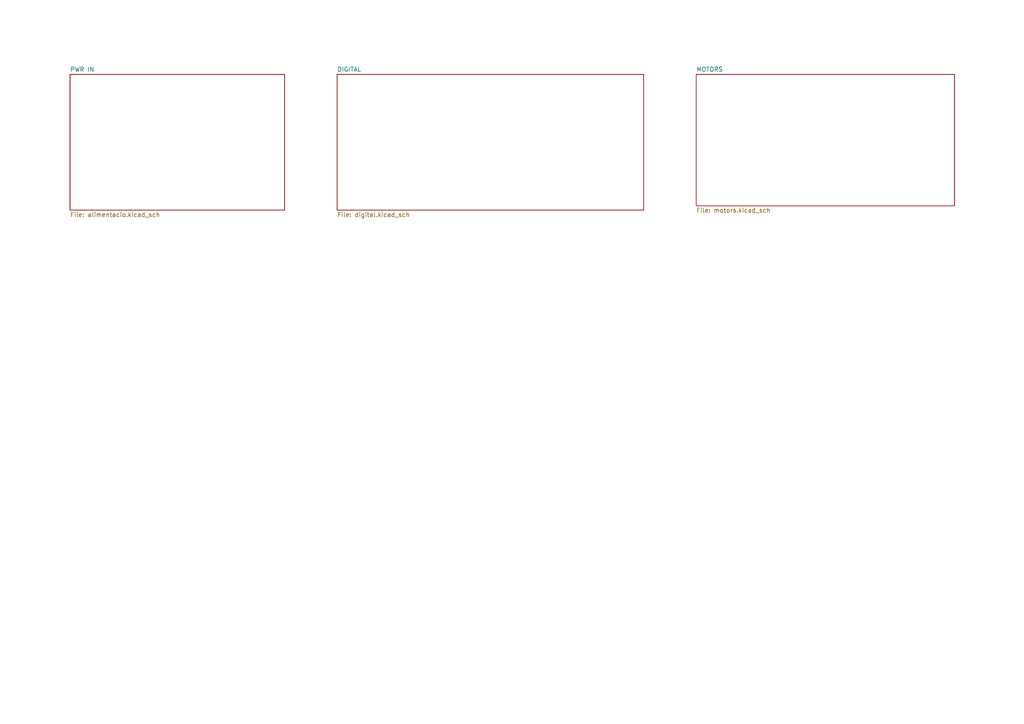
<source format=kicad_sch>
(kicad_sch (version 20230121) (generator eeschema)
  (paper "A4")
  (lib_symbols)
  (sheet (at 20.32 21.59) (size 62.23 39.37) (stroke (width 0.1524))
    (property "Sheetname" "PWR IN" (at 20.32 20.8784 0) (effects (justify left bottom)))
    (property "Sheetfile" "alimentacio.kicad_sch" (at 20.32 61.5446 0) (effects (justify left top)))
  )
  (sheet (at 201.93 21.59) (size 74.93 38.1) (stroke (width 0.1524))
    (property "Sheetname" "MOTORS" (at 201.93 20.8784 0) (effects (justify left bottom)))
    (property "Sheetfile" "motors.kicad_sch" (at 201.93 60.2746 0) (effects (justify left top)))
  )
  (sheet (at 97.79 21.59) (size 88.9 39.37) (stroke (width 0.1524))
    (property "Sheetname" "DIGITAL" (at 97.79 20.8784 0) (effects (justify left bottom)))
    (property "Sheetfile" "digital.kicad_sch" (at 97.79 61.5446 0) (effects (justify left top)))
  )
)
</source>
